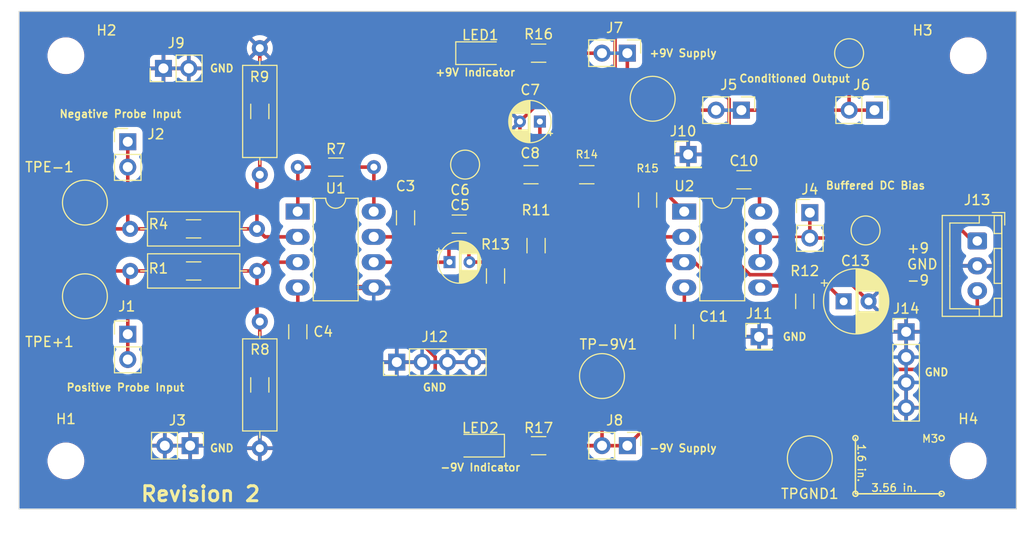
<source format=kicad_pcb>
(kicad_pcb (version 20240108) (generator "pcbnew") (generator_version "8.0")
  (layers (0 "F.Cu" signal) (31 "B.Cu" signal) (34 "B.Paste" user) (35 "F.Paste" user) (36 "B.SilkS" user "B.Silkscreen") (37 "F.SilkS" user "F.Silkscreen") (38 "B.Mask" user) (39 "F.Mask" user) (44 "Edge.Cuts" user))
  (net 0 "")
  (net 1 "+9V")
  (net 2 "GND")
  (net 3 "-9V")
  (net 4 "/ConditionedOutput")
  (net 5 "/NegInput")
  (net 6 "/PosInput")
  (net 7 "/Gain2")
  (net 8 "/Gain1")
  (net 9 "/PosInputProtected")
  (net 10 "/NegInputProtected")
  (net 11 "Net-(U2A-+)")
  (net 12 "Net-(C7-Pad1)")
  (net 13 "/DC_Bias_Buffer")
  (net 14 "Net-(U2A--)")
  (net 15 "Net-(C5-Pad1)")
  (net 16 "Net-(LED1-A)")
  (net 17 "Net-(LED2-K)")
  (net 18 "Net-(U2B-+)")
  (footprint "Package_DIP:DIP-8_W7.62mm_LongPads" (layer "F.Cu") (at 112.761 131.963)
    (property "Reference" "U2" (at 0.015 -2.55 0) (layer "F.SilkS"))
    (property "Value" "LM358")
    (pad "1" thru_hole rect (at 0 0) (size 2.4 1.6) (drill 1) (layers "*.Cu" "*.Mask") (net 4 "/ConditionedOutput"))
    (pad "2" thru_hole oval (at 0 2.54) (size 2.4 1.6) (drill 1) (layers "*.Cu" "*.Mask") (net 14 "Net-(U2A--)"))
    (pad "3" thru_hole oval (at 0 5.08) (size 2.4 1.6) (drill 1) (layers "*.Cu" "*.Mask") (net 11 "Net-(U2A-+)"))
    (pad "4" thru_hole oval (at 0 7.62) (size 2.4 1.6) (drill 1) (layers "*.Cu" "*.Mask") (net 3 "-9V"))
    (pad "5" thru_hole oval (at 7.62 7.62) (size 2.4 1.6) (drill 1) (layers "*.Cu" "*.Mask") (net 18 "Net-(U2B-+)"))
    (pad "6" thru_hole oval (at 7.62 5.08) (size 2.4 1.6) (drill 1) (layers "*.Cu" "*.Mask") (net 13 "/DC_Bias_Buffer"))
    (pad "7" thru_hole oval (at 7.62 2.54) (size 2.4 1.6) (drill 1) (layers "*.Cu" "*.Mask") (net 13 "/DC_Bias_Buffer"))
    (pad "8" thru_hole oval (at 7.62 0) (size 2.4 1.6) (drill 1) (layers "*.Cu" "*.Mask") (net 1 "+9V"))
  )
  (footprint "Resistor_SMD:R_1206_3216Metric_Pad1.30x1.75mm_HandSolder" (layer "F.Cu") (at 70.231 149.352 90)
    (property "Reference" "R8" (at 3.544658 0.011806 180) (layer "F.SilkS"))
    (property "Value" "100k")
    (pad "1" smd roundrect (at -1.55 0 90) (size 1.3 1.75) (layers "F.Cu" "F.Paste" "F.Mask") (roundrect_rratio 0.192308) (net 2 "GND"))
    (pad "2" smd roundrect (at 1.55 0 90) (size 1.3 1.75) (layers "F.Cu" "F.Paste" "F.Mask") (roundrect_rratio 0.192308) (net 9 "/PosInputProtected"))
  )
  (footprint "Capacitor_THT:CP_Radial_D4.0mm_P2.00mm" (layer "F.Cu") (at 89.240801 137.032999)
    (property "Reference" "C5" (at 1.056199 -5.714999 0) (layer "F.SilkS"))
    (property "Value" "1.22u")
    (pad "1" thru_hole rect (at 0 0) (size 1.2 1.2) (drill 0.6) (layers "*.Cu" "*.Mask") (net 15 "Net-(C5-Pad1)"))
    (pad "2" thru_hole circle (at 2 0) (size 1.2 1.2) (drill 0.6) (layers "*.Cu" "*.Mask") (net 11 "Net-(U2A-+)"))
  )
  (footprint "Resistor_SMD:R_1206_3216Metric_Pad1.30x1.75mm_HandSolder" (layer "F.Cu") (at 109.093 130.81 -90)
    (property "Reference" "R15" (at -3.175 0 180) (layer "F.SilkS") (effects (font (size 0.762 0.762) (thickness 0.127) (bold yes))))
    (property "Value" "10k")
    (pad "1" smd roundrect (at -1.55 0 270) (size 1.3 1.75) (layers "F.Cu" "F.Paste" "F.Mask") (roundrect_rratio 0.192308) (net 4 "/ConditionedOutput"))
    (pad "2" smd roundrect (at 1.55 0 270) (size 1.3 1.75) (layers "F.Cu" "F.Paste" "F.Mask") (roundrect_rratio 0.192308) (net 14 "Net-(U2A--)"))
  )
  (footprint "Resistor_SMD:R_1206_3216Metric_Pad1.30x1.75mm_HandSolder" (layer "F.Cu") (at 98.171 116.078 180)
    (property "Reference" "R16" (at 0 1.905 180) (layer "F.SilkS"))
    (property "Value" "10k")
    (pad "1" smd roundrect (at -1.55 0 180) (size 1.3 1.75) (layers "F.Cu" "F.Paste" "F.Mask") (roundrect_rratio 0.192308) (net 1 "+9V"))
    (pad "2" smd roundrect (at 1.55 0 180) (size 1.3 1.75) (layers "F.Cu" "F.Paste" "F.Mask") (roundrect_rratio 0.192308) (net 16 "Net-(LED1-A)"))
  )
  (footprint "MountingHole:MountingHole_3.2mm_M3" (layer "F.Cu") (at 50.8 156.972)
    (property "Reference" "H1" (at 0 -4.2 0) (layer "F.SilkS"))
    (property "Value" "MountingHole")
    (pad "" np_thru_hole circle (at 0 0) (size 3.2 3.2) (drill 3.2) (layers "*.Cu" "*.Mask"))
  )
  (footprint "TestPoint:TestPoint_Pad_D4.0mm" (layer "F.Cu") (at 125.349 156.718)
    (property "Reference" "TPGND1" (at 0 3.556 0) (layer "F.SilkS"))
    (property "Value" "Ground")
    (pad "1" smd circle (at 0 0) (size 4 4) (layers "F.Cu" "F.Mask") (net 2 "GND"))
  )
  (footprint "Capacitor_SMD:C_1206_3216Metric_Pad1.33x1.80mm_HandSolder" (layer "F.Cu") (at 112.776 144.018 -90)
    (property "Reference" "C11" (at -1.524 -2.921 0) (layer "F.SilkS"))
    (property "Value" "0.1u")
    (pad "1" smd roundrect (at -1.5625 0 270) (size 1.325 1.8) (layers "F.Cu" "F.Paste" "F.Mask") (roundrect_rratio 0.188679) (net 3 "-9V"))
    (pad "2" smd roundrect (at 1.5625 0 270) (size 1.325 1.8) (layers "F.Cu" "F.Paste" "F.Mask") (roundrect_rratio 0.188679) (net 2 "GND"))
  )
  (footprint "Connector_PinHeader_2.54mm:PinHeader_1x02_P2.54mm_Vertical" (layer "F.Cu") (at 131.831 121.793 -90)
    (property "Reference" "J6" (at -2.54 1.28 180) (layer "F.SilkS"))
    (property "Value" "Conn_01x02")
    (pad "1" thru_hole rect (at 0 0 270) (size 1.7 1.7) (drill 1) (layers "*.Cu" "*.Mask") (net 4 "/ConditionedOutput"))
    (pad "2" thru_hole oval (at 0 2.54 270) (size 1.7 1.7) (drill 1) (layers "*.Cu" "*.Mask") (net 4 "/ConditionedOutput"))
  )
  (footprint "MountingHole:MountingHole_3.2mm_M3" (layer "F.Cu") (at 141.224 116.332)
    (property "Reference" "H3" (at -4.572 -2.54 0) (layer "F.SilkS"))
    (property "Value" "MountingHole")
    (pad "" np_thru_hole circle (at 0 0) (size 3.2 3.2) (drill 3.2) (layers "*.Cu" "*.Mask"))
  )
  (footprint "Connector_PinHeader_2.54mm:PinHeader_1x04_P2.54mm_Vertical" (layer "F.Cu") (at 135.001 144.028)
    (property "Reference" "J14" (at 0 -2.33 0) (layer "F.SilkS"))
    (property "Value" "Conn_01x04")
    (pad "1" thru_hole rect (at 0 0) (size 1.7 1.7) (drill 1) (layers "*.Cu" "*.Mask") (net 2 "GND"))
    (pad "2" thru_hole oval (at 0 2.54) (size 1.7 1.7) (drill 1) (layers "*.Cu" "*.Mask") (net 2 "GND"))
    (pad "3" thru_hole oval (at 0 5.08) (size 1.7 1.7) (drill 1) (layers "*.Cu" "*.Mask") (net 2 "GND"))
    (pad "4" thru_hole oval (at 0 7.62) (size 1.7 1.7) (drill 1) (layers "*.Cu" "*.Mask") (net 2 "GND"))
  )
  (footprint "Resistor_THT:R_Axial_DIN0309_L9.0mm_D3.2mm_P12.70mm_Horizontal" (layer "F.Cu") (at 57.2535 137.922)
    (property "Reference" "R2" (hide yes))
    (property "Value" "47.4k")
    (pad "1" thru_hole circle (at 0 0) (size 1.6 1.6) (drill 0.8) (layers "*.Cu" "*.Mask") (net 6 "/PosInput"))
    (pad "2" thru_hole oval (at 12.7 0) (size 1.6 1.6) (drill 0.8) (layers "*.Cu" "*.Mask") (net 9 "/PosInputProtected"))
  )
  (footprint "TestPoint:TestPoint_Pad_D4.0mm" (layer "F.Cu") (at 52.705 131.064)
    (property "Reference" "TPE-1" (at -3.556 -3.554 0) (layer "F.SilkS"))
    (property "Value" "V- Electrode")
    (pad "1" smd circle (at 0 0) (size 4 4) (layers "F.Cu" "F.Mask") (net 5 "/NegInput"))
  )
  (footprint "Resistor_SMD:R_1206_3216Metric_Pad1.30x1.75mm_HandSolder" (layer "F.Cu") (at 93.853 138.43 90)
    (property "Reference" "R13" (at 3.175 0 0) (layer "F.SilkS"))
    (property "Value" "2.2k")
    (pad "1" smd roundrect (at -1.55 0 90) (size 1.3 1.75) (layers "F.Cu" "F.Paste" "F.Mask") (roundrect_rratio 0.192308) (net 2 "GND"))
    (pad "2" smd roundrect (at 1.55 0 90) (size 1.3 1.75) (layers "F.Cu" "F.Paste" "F.Mask") (roundrect_rratio 0.192308) (net 11 "Net-(U2A-+)"))
  )
  (footprint "MountingHole:MountingHole_3.2mm_M3" (layer "F.Cu") (at 50.8 116.332)
    (property "Reference" "H2" (at 4.064 -2.54 0) (layer "F.SilkS"))
    (property "Value" "MountingHole")
    (pad "" np_thru_hole circle (at 0 0) (size 3.2 3.2) (drill 3.2) (layers "*.Cu" "*.Mask"))
  )
  (footprint "Resistor_SMD:R_1206_3216Metric_Pad1.30x1.75mm_HandSolder" (layer "F.Cu") (at 102.997 128.27 180)
    (property "Reference" "R14" (at 0 2.032 0) (layer "F.SilkS") (effects (font (size 0.762 0.762) (thickness 0.127) (bold yes))))
    (property "Value" "10k")
    (pad "1" smd roundrect (at -1.55 0 180) (size 1.3 1.75) (layers "F.Cu" "F.Paste" "F.Mask") (roundrect_rratio 0.192308) (net 14 "Net-(U2A--)"))
    (pad "2" smd roundrect (at 1.55 0 180) (size 1.3 1.75) (layers "F.Cu" "F.Paste" "F.Mask") (roundrect_rratio 0.192308) (net 12 "Net-(C7-Pad1)"))
  )
  (footprint "Capacitor_SMD:C_1206_3216Metric_Pad1.33x1.80mm_HandSolder" (layer "F.Cu") (at 97.409 128.27)
    (property "Reference" "C8" (at -0.083599 -2.159001 180) (layer "F.SilkS"))
    (property "Value" "0.1u")
    (pad "1" smd roundrect (at -1.5625 0) (size 1.325 1.8) (layers "F.Cu" "F.Paste" "F.Mask") (roundrect_rratio 0.188679) (net 2 "GND"))
    (pad "2" smd roundrect (at 1.5625 0) (size 1.325 1.8) (layers "F.Cu" "F.Paste" "F.Mask") (roundrect_rratio 0.188679) (net 12 "Net-(C7-Pad1)"))
  )
  (footprint "Resistor_THT:R_Axial_DIN0204_L3.6mm_D1.6mm_P7.62mm_Horizontal" (layer "F.Cu") (at 74.041 127.508)
    (property "Reference" "R10" (hide yes))
    (property "Value" "56")
    (pad "1" thru_hole circle (at 0 0) (size 1.4 1.4) (drill 0.7) (layers "*.Cu" "*.Mask") (net 7 "/Gain2"))
    (pad "2" thru_hole oval (at 7.62 0) (size 1.4 1.4) (drill 0.7) (layers "*.Cu" "*.Mask") (net 8 "/Gain1"))
  )
  (footprint "Connector_PinHeader_2.54mm:PinHeader_1x02_P2.54mm_Vertical" (layer "F.Cu") (at 107.066 155.448 -90)
    (property "Reference" "J8" (at -2.54 1.275 180) (layer "F.SilkS"))
    (property "Value" "Conn_01x02")
    (pad "1" thru_hole rect (at 0 0 270) (size 1.7 1.7) (drill 1) (layers "*.Cu" "*.Mask") (net 3 "-9V"))
    (pad "2" thru_hole oval (at 0 2.54 270) (size 1.7 1.7) (drill 1) (layers "*.Cu" "*.Mask") (net 3 "-9V"))
  )
  (footprint "Capacitor_THT:CP_Radial_D6.3mm_P2.50mm" (layer "F.Cu") (at 128.738621 140.97)
    (property "Reference" "C13" (at 1.182379 -4.064 0) (layer "F.SilkS"))
    (property "Value" "220u")
    (pad "1" thru_hole rect (at 0 0) (size 1.6 1.6) (drill 0.8) (layers "*.Cu" "*.Mask") (net 18 "Net-(U2B-+)"))
    (pad "2" thru_hole circle (at 2.5 0) (size 1.6 1.6) (drill 0.8) (layers "*.Cu" "*.Mask") (net 2 "GND"))
  )
  (footprint "Package_DIP:DIP-8_W7.62mm_LongPads" (layer "F.Cu") (at 74.026 131.963)
    (property "Reference" "U1" (at 3.81 -2.33 0) (layer "F.SilkS"))
    (property "Value" "INA129")
    (pad "1" thru_hole rect (at 0 0) (size 2.4 1.6) (drill 1) (layers "*.Cu" "*.Mask") (net 7 "/Gain2"))
    (pad "2" thru_hole oval (at 0 2.54) (size 2.4 1.6) (drill 1) (layers "*.Cu" "*.Mask") (net 10 "/NegInputProtected"))
    (pad "3" thru_hole oval (at 0 5.08) (size 2.4 1.6) (drill 1) (layers "*.Cu" "*.Mask") (net 9 "/PosInputProtected"))
    (pad "4" thru_hole oval (at 0 7.62) (size 2.4 1.6) (drill 1) (layers "*.Cu" "*.Mask") (net 3 "-9V"))
    (pad "5" thru_hole oval (at 7.62 7.62) (size 2.4 1.6) (drill 1) (layers "*.Cu" "*.Mask") (net 2 "GND"))
    (pad "6" thru_hole oval (at 7.62 5.08) (size 2.4 1.6) (drill 1) (layers "*.Cu" "*.Mask") (net 15 "Net-(C5-Pad1)"))
    (pad "7" thru_hole oval (at 7.62 2.54) (size 2.4 1.6) (drill 1) (layers "*.Cu" "*.Mask") (net 1 "+9V"))
    (pad "8" thru_hole oval (at 7.62 0) (size 2.4 1.6) (drill 1) (layers "*.Cu" "*.Mask") (net 8 "/Gain1"))
  )
  (footprint "Resistor_THT:R_Axial_DIN0309_L9.0mm_D3.2mm_P12.70mm_Horizontal" (layer "F.Cu") (at 70.231 143.002 -90)
    (property "Reference" "R5" (hide yes))
    (property "Value" "100k")
    (pad "1" thru_hole circle (at 0 0 270) (size 1.6 1.6) (drill 0.8) (layers "*.Cu" "*.Mask") (net 9 "/PosInputProtected"))
    (pad "2" thru_hole oval (at 12.7 0 270) (size 1.6 1.6) (drill 0.8) (layers "*.Cu" "*.Mask") (net 2 "GND"))
  )
  (footprint "Connector_PinHeader_2.54mm:PinHeader_1x02_P2.54mm_Vertical" (layer "F.Cu") (at 125.349 132.075)
    (property "Reference" "J4" (at 0 -2.33 0) (layer "F.SilkS"))
    (property "Value" "Conn_01x02")
    (pad "1" thru_hole rect (at 0 0) (size 1.7 1.7) (drill 1) (layers "*.Cu" "*.Mask") (net 13 "/DC_Bias_Buffer"))
    (pad "2" thru_hole oval (at 0 2.54) (size 1.7 1.7) (drill 1) (layers "*.Cu" "*.Mask") (net 13 "/DC_Bias_Buffer"))
  )
  (footprint "Connector_JST:JST_XH_B3B-XH-A_1x03_P2.50mm_Vertical" (layer "F.Cu") (at 142.13 134.914 -90)
    (property "Reference" "J13" (at -4.104001 0.016999 180) (layer "F.SilkS"))
    (property "Value" "Conn_01x03")
    (pad "1" thru_hole roundrect (at 0 0 270) (size 1.7 1.95) (drill 0.95) (layers "*.Cu" "*.Mask") (roundrect_rratio 0.147059) (net 1 "+9V"))
    (pad "2" thru_hole oval (at 2.5 0 270) (size 1.7 1.95) (drill 0.95) (layers "*.Cu" "*.Mask") (net 2 "GND"))
    (pad "3" thru_hole oval (at 5 0 270) (size 1.7 1.95) (drill 0.95) (layers "*.Cu" "*.Mask") (net 3 "-9V"))
  )
  (footprint "TestPoint:TestPoint_Pad_D2.5mm" (layer "F.Cu") (at 90.805 127.254)
    (property "Reference" "TPRawOut1" (hide yes))
    (property "Value" "AmplifierOut")
    (pad "1" smd circle (at 0 0) (size 2.5 2.5) (layers "F.Cu" "F.Mask") (net 15 "Net-(C5-Pad1)"))
  )
  (footprint "Resistor_SMD:R_1206_3216Metric_Pad1.30x1.75mm_HandSolder" (layer "F.Cu") (at 97.917 135.382 -90)
    (property "Reference" "R11" (at -3.556 0 180) (layer "F.SilkS"))
    (property "Value" "10k")
    (pad "1" smd roundrect (at -1.55 0 270) (size 1.3 1.75) (layers "F.Cu" "F.Paste" "F.Mask") (roundrect_rratio 0.192308) (net 1 "+9V"))
    (pad "2" smd roundrect (at 1.55 0 270) (size 1.3 1.75) (layers "F.Cu" "F.Paste" "F.Mask") (roundrect_rratio 0.192308) (net 11 "Net-(U2A-+)"))
  )
  (footprint "Capacitor_SMD:C_1206_3216Metric_Pad1.33x1.80mm_HandSolder" (layer "F.Cu") (at 74.041 144.018 -90)
    (property "Reference" "C4" (at 0 -2.54 180) (layer "F.SilkS"))
    (property "Value" "0.1u")
    (pad "1" smd roundrect (at -1.5625 0 270) (size 1.325 1.8) (layers "F.Cu" "F.Paste" "F.Mask") (roundrect_rratio 0.188679) (net 3 "-9V"))
    (pad "2" smd roundrect (at 1.5625 0 270) (size 1.325 1.8) (layers "F.Cu" "F.Paste" "F.Mask") (roundrect_rratio 0.188679) (net 2 "GND"))
  )
  (footprint "Resistor_THT:R_Axial_DIN0309_L9.0mm_D3.2mm_P12.70mm_Horizontal" (layer "F.Cu") (at 70.231 115.57 -90)
    (property "Reference" "R6" (hide yes))
    (property "Value" "100k")
    (pad "1" thru_hole circle (at 0 0 270) (size 1.6 1.6) (drill 0.8) (layers "*.Cu" "*.Mask") (net 2 "GND"))
    (pad "2" thru_hole oval (at 12.7 0 270) (size 1.6 1.6) (drill 0.8) (layers "*.Cu" "*.Mask") (net 10 "/NegInputProtected"))
  )
  (footprint "Connector_PinHeader_2.54mm:PinHeader_1x02_P2.54mm_Vertical" (layer "F.Cu") (at 118.491 121.793 -90)
    (property "Reference" "J5" (at -2.54 1.27 180) (layer "F.SilkS"))
    (property "Value" "Conn_01x02")
    (pad "1" thru_hole rect (at 0 0 270) (size 1.7 1.7) (drill 1) (layers "*.Cu" "*.Mask") (net 4 "/ConditionedOutput"))
    (pad "2" thru_hole oval (at 0 2.54 270) (size 1.7 1.7) (drill 1) (layers "*.Cu" "*.Mask") (net 4 "/ConditionedOutput"))
  )
  (footprint "Resistor_SMD:R_1206_3216Metric_Pad1.30x1.75mm_HandSolder" (layer "F.Cu") (at 63.6035 137.922)
    (property "Reference" "R1" (at -3.5325 -0.254 0) (layer "F.SilkS"))
    (property "Value" "47.4k")
    (pad "1" smd roundrect (at -1.55 0) (size 1.3 1.75) (layers "F.Cu" "F.Paste" "F.Mask") (roundrect_rratio 0.192308) (net 6 "/PosInput"))
    (pad "2" smd roundrect (at 1.55 0) (size 1.3 1.75) (layers "F.Cu" "F.Paste" "F.Mask") (roundrect_rratio 0.192308) (net 9 "/PosInputProtected"))
  )
  (footprint "MountingHole:MountingHole_3.2mm_M3" (layer "F.Cu") (at 141.224 156.972)
    (property "Reference" "H4" (at 0 -4.2 0) (layer "F.SilkS"))
    (property "Value" "MountingHole")
    (pad "" np_thru_hole circle (at 0 0) (size 3.2 3.2) (drill 3.2) (layers "*.Cu" "*.Mask"))
  )
  (footprint "Capacitor_SMD:C_1206_3216Metric_Pad1.33x1.80mm_HandSolder" (layer "F.Cu") (at 84.836 132.588 90)
    (property "Reference" "C3" (at 3.175 0 0) (layer "F.SilkS"))
    (property "Value" "0.1u")
    (pad "1" smd roundrect (at -1.5625 0 90) (size 1.325 1.8) (layers "F.Cu" "F.Paste" "F.Mask") (roundrect_rratio 0.188679) (net 1 "+9V"))
    (pad "2" smd roundrect (at 1.5625 0 90) (size 1.325 1.8) (layers "F.Cu" "F.Paste" "F.Mask") (roundrect_rratio 0.188679) (net 2 "GND"))
  )
  (footprint "Connector_PinHeader_2.54mm:PinHeader_1x04_P2.54mm_Vertical" (layer "F.Cu") (at 83.957 147.066 90)
    (property "Reference" "J12" (at 2.54 3.799999 0) (layer "F.SilkS"))
    (property "Value" "Conn_01x04")
    (pad "1" thru_hole rect (at 0 0 90) (size 1.7 1.7) (drill 1) (layers "*.Cu" "*.Mask") (net 2 "GND"))
    (pad "2" thru_hole oval (at 0 2.54 90) (size 1.7 1.7) (drill 1) (layers "*.Cu" "*.Mask") (net 2 "GND"))
    (pad "3" thru_hole oval (at 0 5.08 90) (size 1.7 1.7) (drill 1) (layers "*.Cu" "*.Mask") (net 2 "GND"))
    (pad "4" thru_hole oval (at 0 7.62 90) (size 1.7 1.7) (drill 1) (layers "*.Cu" "*.Mask") (net 2 "GND"))
  )
  (footprint "TestPoint:TestPoint_Pad_D2.5mm" (layer "F.Cu") (at 130.937 133.858)
    (property "Reference" "TP_DCBIAS1" (hide yes))
    (property "Value" "Buffered_Output")
    (pad "1" smd circle (at 0 0) (size 2.5 2.5) (layers "F.Cu" "F.Mask") (net 13 "/DC_Bias_Buffer"))
  )
  (footprint "LED_SMD:LED_1206_3216Metric_Pad1.42x1.75mm_HandSolder" (layer "F.Cu") (at 92.284 155.448 180)
    (property "Reference" "LED2" (at -0.045 1.778 180) (layer "F.SilkS"))
    (property "Value" "LED")
    (pad "1" smd roundrect (at -1.4875 0 180) (size 1.425 1.75) (layers "F.Cu" "F.Paste" "F.Mask") (roundrect_rratio 0.175439) (net 17 "Net-(LED2-K)"))
    (pad "2" smd roundrect (at 1.4875 0 180) (size 1.425 1.75) (layers "F.Cu" "F.Paste" "F.Mask") (roundrect_rratio 0.175439) (net 2 "GND"))
  )
  (footprint "Resistor_THT:R_Axial_DIN0309_L9.0mm_D3.2mm_P12.70mm_Horizontal" (layer "F.Cu") (at 57.243867 133.700962)
    (property "Reference" "R3" (hide yes))
    (property "Value" "47.4k")
    (pad "1" thru_hole circle (at 0 0) (size 1.6 1.6) (drill 0.8) (layers "*.Cu" "*.Mask") (net 5 "/NegInput"))
    (pad "2" thru_hole oval (at 12.7 0) (size 1.6 1.6) (drill 0.8) (layers "*.Cu" "*.Mask") (net 10 "/NegInputProtected"))
  )
  (footprint "TestPoint:TestPoint_Pad_D2.5mm" (layer "F.Cu") (at 129.286 116.078)
    (property "Reference" "TPConditionedOut1" (hide yes))
    (property "Value" "BuffereBiasddOutput")
    (pad "1" smd circle (at 0 0) (size 2.5 2.5) (layers "F.Cu" "F.Mask") (net 4 "/ConditionedOutput"))
  )
  (footprint "Resistor_SMD:R_1206_3216Metric_Pad1.30x1.75mm_HandSolder" (layer "F.Cu") (at 77.851 127.508)
    (property "Reference" "R7" (at 0 -1.82 0) (layer "F.SilkS"))
    (property "Value" "56")
    (pad "1" smd roundrect (at -1.55 0) (size 1.3 1.75) (layers "F.Cu" "F.Paste" "F.Mask") (roundrect_rratio 0.192308) (net 7 "/Gain2"))
    (pad "2" smd roundrect (at 1.55 0) (size 1.3 1.75) (layers "F.Cu" "F.Paste" "F.Mask") (roundrect_rratio 0.192308) (net 8 "/Gain1"))
  )
  (footprint "TestPoint:TestPoint_Pad_D4.0mm" (layer "F.Cu") (at 109.601 120.65)
    (property "Reference" "TP+9V1" (hide yes))
    (property "Value" "TPP9V")
    (pad "1" smd circle (at 0 0) (size 4 4) (layers "F.Cu" "F.Mask") (net 1 "+9V"))
  )
  (footprint "Capacitor_THT:CP_Radial_D4.0mm_P2.00mm" (layer "F.Cu") (at 98.298 122.936 180)
    (property "Reference" "C7" (at 0.9726 3.175 0) (layer "F.SilkS"))
    (property "Value" "10u")
    (pad "1" thru_hole rect (at 0 0 180) (size 1.2 1.2) (drill 0.6) (layers "*.Cu" "*.Mask") (net 12 "Net-(C7-Pad1)"))
    (pad "2" thru_hole circle (at 2 0 180) (size 1.2 1.2) (drill 0.6) (layers "*.Cu" "*.Mask") (net 2 "GND"))
  )
  (footprint "Connector_PinHeader_2.54mm:PinHeader_1x02_P2.54mm_Vertical" (layer "F.Cu") (at 107.061 116.078 -90)
    (property "Reference" "J7" (at -2.54 1.275 180) (layer "F.SilkS"))
    (property "Value" "Conn_01x02")
    (pad "1" thru_hole rect (at 0 0 270) (size 1.7 1.7) (drill 1) (layers "*.Cu" "*.Mask") (net 1 "+9V"))
    (pad "2" thru_hole oval (at 0 2.54 270) (size 1.7 1.7) (drill 1) (layers "*.Cu" "*.Mask") (net 1 "+9V"))
  )
  (footprint "Connector_PinHeader_2.54mm:PinHeader_1x02_P2.54mm_Vertical" (layer "F.Cu") (at 56.9995 144.267)
    (property "Reference" "J1" (at -0.1035 -2.789 0) (layer "F.SilkS"))
    (property "Value" "Conn_01x02")
    (pad "1" thru_hole rect (at 0 0) (size 1.7 1.7) (drill 1) (layers "*.Cu" "*.Mask") (net 6 "/PosInput"))
    (pad "2" thru_hole oval (at 0 2.54) (size 1.7 1.7) (drill 1) (layers "*.Cu" "*.Mask") (net 6 "/PosInput"))
  )
  (footprint "Connector_PinHeader_2.54mm:PinHeader_1x02_P2.54mm_Vertical" (layer "F.Cu") (at 63.251 155.448 -90)
    (property "Reference" "J3" (at -2.54 1.275 180) (layer "F.SilkS"))
    (property "Value" "Conn_01x02")
    (pad "1" thru_hole rect (at 0 0 270) (size 1.7 1.7) (drill 1) (layers "*.Cu" "*.Mask") (net 2 "GND"))
    (pad "2" thru_hole oval (at 0 2.54 270) (size 1.7 1.7) (drill 1) (layers "*.Cu" "*.Mask") (net 2 "GND"))
  )
  (footprint "TestPoint:TestPoint_Pad_D4.0mm" (layer "F.Cu") (at 104.521 148.463)
    (property "Reference" "TP-9V1" (at 0.635 -3.175 0) (layer "F.SilkS"))
    (property "Value" "TPN9V")
    (pad "1" smd circle (at 0 0) (size 4 4) (layers "F.Cu" "F.Mask") (net 3 "-9V"))
  )
  (footprint "Resistor_SMD:R_1206_3216Metric_Pad1.30x1.75mm_HandSolder" (layer "F.Cu") (at 124.841 140.97 -90)
    (property "Reference" "R12" (at -3.048 0 180) (layer "F.SilkS"))
    (property "Value" "1Meg")
    (pad "1" smd roundrect (at -1.55 0 270) (size 1.3 1.75) (layers "F.Cu" "F.Paste" "F.Mask") (roundrect_rratio 0.192308) (net 18 "Net-(U2B-+)"))
    (pad "2" smd roundrect (at 1.55 0 270) (size 1.3 1.75) (layers "F.Cu" "F.Paste" "F.Mask") (roundrect_rratio 0.192308) (net 11 "Net-(U2A-+)"))
  )
  (footprint "Connector_PinHeader_2.54mm:PinHeader_1x01_P2.54mm_Vertical" (layer "F.Cu") (at 120.269 144.526)
    (property "Reference" "J11" (at 0 -2.33 0) (layer "F.SilkS"))
    (property "Value" "Conn_01x01")
    (pad "1" thru_hole rect (at 0 0) (size 1.7 1.7) (drill 1) (layers "*.Cu" "*.Mask") (net 2 "GND"))
  )
  (footprint "Connector_PinHeader_2.54mm:PinHeader_1x01_P2.54mm_Vertical" (layer "F.Cu") (at 113.157 126.238)
    (property "Reference" "J10" (at -0.508 -2.33 0) (layer "F.SilkS"))
    (property "Value" "Conn_01x01")
    (pad "1" thru_hole rect (at 0 0) (size 1.7 1.7) (drill 1) (layers "*.Cu" "*.Mask") (net 2 "GND"))
  )
  (footprint "Connector_PinHeader_2.54mm:PinHeader_1x02_P2.54mm_Vertical" (layer "F.Cu") (at 56.9995 124.963)
    (property "Reference" "J2" (at 2.8175 -0.757 0) (layer "F.SilkS"))
    (property "Value" "Conn_01x02")
    (pad "1" thru_hole rect (at 0 0) (size 1.7 1.7) (drill 1) (layers "*.Cu" "*.Mask") (net 5 "/NegInput"))
    (pad "2" thru_hole oval (at 0 2.54) (size 1.7 1.7) (drill 1) (layers "*.Cu" "*.Mask") (net 5 "/NegInput"))
  )
  (footprint "Resistor_SMD:R_1206_3216Metric_Pad1.30x1.75mm_HandSolder" (layer "F.Cu") (at 63.593867 133.700962)
    (property "Reference" "R4" (at -3.522867 -0.477962 0) (layer "F.SilkS"))
    (property "Value" "47.4k")
    (pad "1" smd roundrect (at -1.55 0) (size 1.3 1.75) (layers "F.Cu" "F.Paste" "F.Mask") (roundrect_rratio 0.192308) (net 5 "/NegInput"))
    (pad "2" smd roundrect (at 1.55 0) (size 1.3 1.75) (layers "F.Cu" "F.Paste" "F.Mask") (roundrect_rratio 0.192308) (net 10 "/NegInputProtected"))
  )
  (footprint "Capacitor_SMD:C_1206_3216Metric_Pad1.33x1.80mm_HandSolder" (layer "F.Cu") (at 118.745 128.778 180)
    (property "Reference" "C10" (at 0 1.905 180) (layer "F.SilkS"))
    (property "Value" "0.1u")
    (pad "1" smd roundrect (at -1.5625 0 180) (size 1.325 1.8) (layers "F.Cu" "F.Paste" "F.Mask") (roundrect_rratio 0.188679) (net 1 "+9V"))
    (pad "2" smd roundrect (at 1.5625 0 180) (size 1.325 1.8) (layers "F.Cu" "F.Paste" "F.Mask") (roundrect_rratio 0.188679) (net 2 "GND"))
  )
  (footprint "LED_SMD:LED_1206_3216Metric_Pad1.42x1.75mm_HandSolder" (layer "F.Cu") (at 92.329 116.078)
    (property "Reference" "LED1" (at 0 -1.82 0) (layer "F.SilkS"))
    (property "Value" "LED")
    (pad "1" smd roundrect (at -1.4875 0) (size 1.425 1.75) (layers "F.Cu" "F.Paste" "F.Mask") (roundrect_rratio 0.175439) (net 2 "GND"))
    (pad "2" smd roundrect (at 1.4875 0) (size 1.425 1.75) (layers "F.Cu" "F.Paste" "F.Mask") (roundrect_rratio 0.175439) (net 16 "Net-(LED1-A)"))
  )
  (footprint "Capacitor_SMD:C_1206_3216Metric_Pad1.33x1.80mm_HandSolder" (layer "F.Cu") (at 90.2134 133.223)
    (property "Reference" "C6" (at 0.0836 -3.429 0) (layer "F.SilkS"))
    (property "Value" "0.1u")
    (pad "1" smd roundrect (at -1.5625 0) (size 1.325 1.8) (layers "F.Cu" "F.Paste" "F.Mask") (roundrect_rratio 0.188679) (net 15 "Net-(C5-Pad1)"))
    (pad "2" smd roundrect (at 1.5625 0) (size 1.325 1.8) (layers "F.Cu" "F.Paste" "F.Mask") (roundrect_rratio 0.188679) (net 11 "Net-(U2A-+)"))
  )
  (footprint "Resistor_SMD:R_1206_3216Metric_Pad1.30x1.75mm_HandSolder" (layer "F.Cu") (at 98.171 155.448 180)
    (property "Reference" "R17" (at 0 1.778 180) (layer "F.SilkS"))
    (property "Value" "10k")
    (pad "1" smd roundrect (at -1.55 0 180) (size 1.3 1.75) (layers "F.Cu" "F.Paste" "F.Mask") (roundrect_rratio 0.192308) (net 3 "-9V"))
    (pad "2" smd roundrect (at 1.55 0 180) (size 1.3 1.75) (layers "F.Cu" "F.Paste" "F.Mask") (roundrect_rratio 0.192308) (net 17 "Net-(LED2-K)"))
  )
  (footprint "TestPoint:TestPoint_Pad_D4.0mm" (layer "F.Cu") (at 52.705 140.462)
    (property "Reference" "TPE+1" (at -3.556 4.574 0) (layer "F.SilkS"))
    (property "Value" "V+ Electrode")
    (pad "1" smd circle (at 0 0) (size 4 4) (layers "F.Cu" "F.Mask") (net 6 "/PosInput"))
  )
  (footprint "Resistor_SMD:R_1206_3216Metric_Pad1.30x1.75mm_HandSolder" (layer "F.Cu") (at 70.231 121.92 -90)
    (property "Reference" "R9" (at -4.052445 0.030841 0) (layer "F.SilkS") (effects (justify top)))
    (property "Value" "100k")
    (pad "1" smd roundrect (at -1.55 0 270) (size 1.3 1.75) (layers "F.Cu" "F.Paste" "F.Mask") (roundrect_rratio 0.192308) (net 2 "GND"))
    (pad "2" smd roundrect (at 1.55 0 270) (size 1.3 1.75) (layers "F.Cu" "F.Paste" "F.Mask") (roundrect_rratio 0.192308) (net 10 "/NegInputProtected"))
  )
  (footprint "Connector_PinHeader_2.54mm:PinHeader_1x02_P2.54mm_Vertical" (layer "F.Cu") (at 60.574 117.602 90)
    (property "Reference" "J9" (at 2.54 1.275 0) (layer "F.SilkS"))
    (property "Value" "Conn_01x02")
    (pad "1" thru_hole rect (at 0 0 90) (size 1.7 1.7) (drill 1) (layers "*.Cu" "*.Mask") (net 2 "GND"))
    (pad "2" thru_hole oval (at 0 2.54 90) (size 1.7 1.7) (drill 1) (layers "*.Cu" "*.Mask") (net 2 "GND"))
  )
  (gr_circle (center 138.557 154.686) (end 138.811 154.686) (stroke (width 0.15)) (fill none) (layer "F.SilkS"))
  (gr_circle (center 129.921 154.686) (end 130.175 154.686) (stroke (width 0.15)) (fill none) (layer "F.SilkS"))
  (gr_circle (center 129.921 160.274) (end 130.175 160.274) (stroke (width 0.15)) (fill none) (layer "F.SilkS"))
  (gr_line (start 129.921 154.686) (end 129.921 160.274) (stroke (width 0.15)) (layer "F.SilkS"))
  (gr_line (start 129.921 160.274) (end 138.557 160.274) (stroke (width 0.15)) (layer "F.SilkS"))
  (gr_circle (center 138.557 160.274) (end 138.811 160.274) (stroke (width 0.15)) (fill none) (layer "F.SilkS"))
  (gr_rect (start 46.101 111.887) (end 146.05 161.798) (stroke (width 0.1)) (fill none) (layer "Edge.Cuts"))
  (gr_text "+9V Indicator\n\n" (at 91.821 118.618 0) (layer "F.SilkS") (effects (font (size 0.762 0.762) (thickness 0.1524))))
  (gr_text "Buffered DC Bias" (at 126.873 129.794 0) (layer "F.SilkS") (effects (font (size 0.762 0.762) (thickness 0.1524)) (justify left bottom)))
  (gr_text "Positive Probe Input\n" (at 56.769 149.606 0) (layer "F.SilkS") (effects (font (size 0.762 0.762) (thickness 0.1524))))
  (gr_text "GND\n" (at 66.421 117.602 0) (layer "F.SilkS") (effects (font (size 0.762 0.762) (thickness 0.1524))))
  (gr_text "Revision 2" (at 58.166 161.163 0) (layer "F.SilkS") (effects (font (size 1.5 1.5) (thickness 0.3) (bold yes)) (justify left bottom)))
  (gr_text "3.56 in.\n" (at 131.445 160.1216 0) (layer "F.SilkS") (effects (font (size 0.762 0.762) (thickness 0.127) (bold yes)) (justify left bottom)))
  (gr_text "GND\n" (at 87.757 149.606 0) (layer "F.SilkS") (effects (font (size 0.762 0.762) (thickness 0.1524))))
  (gr_text "GND\n" (at 123.825 144.526 0) (layer "F.SilkS") (effects (font (size 0.762 0.762) (thickness 0.1524))))
  (gr_text "GND\n" (at 138.049 148.082 0) (layer "F.SilkS") (effects (font (size 0.762 0.762) (thickness 0.1524))))
  (gr_text "1.6 in.\n" (at 130.0734 155.194 270) (layer "F.SilkS") (effects (font (size 0.762 0.762) (thickness 0.127) (bold yes)) (justify left bottom)))
  (gr_text "-9V Indicator\n\n" (at 92.329 158.242 0) (layer "F.SilkS") (effects (font (size 0.762 0.762) (thickness 0.1524))))
  (gr_text "+9V Supply\n" (at 112.649 116.078 0) (layer "F.SilkS") (effects (font (size 0.762 0.762) (thickness 0.1524))))
  (gr_text "M3 " (at 136.525 155.194 0) (layer "F.SilkS") (effects (font (size 0.762 0.762) (thickness 0.127) (bold yes)) (justify left bottom)))
  (gr_text "-9V Supply\n" (at 112.649 155.702 0) (layer "F.SilkS") (effects (font (size 0.762 0.762) (thickness 0.1524))))
  (gr_text "Negative Probe Input\n" (at 56.261 122.174 0) (layer "F.SilkS") (effects (font (size 0.762 0.762) (thickness 0.1524))))
  (gr_text "Conditioned Output\n" (at 123.825 118.618 0) (layer "F.SilkS") (effects (font (size 0.762 0.762) (thickness 0.1524))))
  (gr_text "GND\n" (at 66.421 155.702 0) (layer "F.SilkS") (effects (font (size 0.762 0.762) (thickness 0.1524))))
  (gr_text "+9\nGND\n-9" (at 135.001 139.446 0) (layer "F.SilkS") (effects (font (size 1 1)) (justify left bottom)))
  (segment (start 120.3075 128.778) (end 120.3075 131.8895) (width 0.3556) (layer "F.Cu") (net 1))
  (segment (start 142.13 134.914) (end 141.645 134.914) (width 0.3556) (layer "F.Cu") (net 1))
  (segment (start 110.617 119.634) (end 109.601 120.65) (width 0.3556) (layer "F.Cu") (net 1))
  (segment (start 109.601 120.65) (end 107.061 118.11) (width 0.3556) (layer "F.Cu") (net 1))
  (segment (start 81.646 134.503) (end 84.4835 134.503) (width 0.3556) (layer "F.Cu") (net 1))
  (segment (start 133.985 127.254) (end 120.346 127.254) (width 0.3556) (layer "F.Cu") (net 1))
  (segment (start 86.741 133.35) (end 86.741 127.254) (width 0.3556) (layer "F.Cu") (net 1))
  (segment (start 86.741 127.254) (end 93.345 120.65) (width 0.3556) (layer "F.Cu") (net 1))
  (segment (start 117.2632 124.2482) (end 117.2632 120.6922) (width 0.3556) (layer "F.Cu") (net 1))
  (segment (start 141.645 134.914) (end 133.985 127.254) (width 0.3556) (layer "F.Cu") (net 1))
  (segment (start 97.917 133.832) (end 93.345 129.26) (width 0.3556) (layer "F.Cu") (net 1))
  (segment (start 99.721 116.078) (end 104.521 116.078) (width 0.3556) (layer "F.Cu") (net 1))
  (segment (start 116.205 119.634) (end 110.617 119.634) (width 0.3556) (layer "F.Cu") (net 1))
  (segment (start 97.181 118.618) (end 99.721 116.078) (width 0.3556) (layer "F.Cu") (net 1))
  (segment (start 120.346 127.254) (end 120.3075 127.2925) (width 0.3556) (layer "F.Cu") (net 1))
  (segment (start 117.2632 120.6922) (end 116.205 119.634) (width 0.3556) (layer "F.Cu") (net 1))
  (segment (start 107.061 118.11) (end 107.061 116.078) (width 0.3556) (layer "F.Cu") (net 1))
  (segment (start 120.3075 127.2925) (end 120.3075 128.778) (width 0.3556) (layer "F.Cu") (net 1))
  (segment (start 95.377 118.618) (end 97.181 118.618) (width 0.3556) (layer "F.Cu") (net 1))
  (segment (start 85.9405 134.1505) (end 86.741 133.35) (width 0.3556) (layer "F.Cu") (net 1))
  (segment (start 120.3075 131.8895) (end 120.381 131.963) (width 0.3556) (layer "F.Cu") (net 1))
  (segment (start 84.836 134.1505) (end 85.9405 134.1505) (width 0.3556) (layer "F.Cu") (net 1))
  (segment (start 93.345 129.26) (end 93.345 120.65) (width 0.3556) (layer "F.Cu") (net 1))
  (segment (start 93.345 120.65) (end 95.377 118.618) (width 0.3556) (layer "F.Cu") (net 1))
  (segment (start 84.4835 134.503) (end 84.836 134.1505) (width 0.3556) (layer "F.Cu") (net 1))
  (segment (start 117.2632 124.2482) (end 120.3075 127.2925) (width 0.3556) (layer "F.Cu") (net 1))
  (segment (start 107.061 116.078) (end 104.521 116.078) (width 0.3556) (layer "B.Cu") (net 1))
  (segment (start 128.566621 138.298) (end 119.33567 138.298) (width 0.3556) (layer "F.Cu") (net 2))
  (segment (start 93.8895 113.03) (end 90.8415 116.078) (width 0.3556) (layer "F.Cu") (net 2))
  (segment (start 77.790508 138.115508) (end 77.790508 124.520492) (width 0.508) (layer "F.Cu") (net 2))
  (segment (start 105.8332 118.1938) (end 105.8332 113.5302) (width 0.3556) (layer "F.Cu") (net 2))
  (segment (start 105.333 113.03) (end 93.8895 113.03) (width 0.3556) (layer "F.Cu") (net 2))
  (segment (start 117.1825 136.14483) (end 117.1825 128.778) (width 0.3556) (layer "F.Cu") (net 2))
  (segment (start 105.409 118.618) (end 105.8332 118.1938) (width 0.3556) (layer "F.Cu") (net 2))
  (segment (start 70.231 120.37) (end 70.231 115.57) (width 0.3556) (layer "F.Cu") (net 2))
  (segment (start 100.616 118.618) (end 105.409 118.618) (width 0.3556) (layer "F.Cu") (net 2))
  (segment (start 81.646 139.583) (end 79.258 139.583) (width 0.508) (layer "F.Cu") (net 2))
  (segment (start 119.33567 138.298) (end 117.1825 136.14483) (width 0.3556) (layer "F.Cu") (net 2))
  (segment (start 70.231 150.902) (end 70.231 155.702) (width 0.3556) (layer "F.Cu") (net 2))
  (segment (start 96.298 122.936) (end 100.616 118.618) (width 0.3556) (layer "F.Cu") (net 2))
  (segment (start 131.238621 140.97) (end 128.566621 138.298) (width 0.3556) (layer "F.Cu") (net 2))
  (segment (start 78.105 138.43) (end 77.790508 138.115508) (width 0.508) (layer "F.Cu") (net 2))
  (segment (start 105.8332 113.5302) (end 105.333 113.03) (width 0.3556) (layer "F.Cu") (net 2))
  (segment (start 96.298 122.936) (end 96.298 127.8185) (width 0.3556) (layer "F.Cu") (net 2))
  (segment (start 79.258 139.583) (end 78.105 138.43) (width 0.508) (layer "F.Cu") (net 2))
  (segment (start 96.298 127.8185) (end 95.8465 128.27) (width 0.3556) (layer "F.Cu") (net 2))
  (segment (start 104.521 148.463) (end 104.521 149.098) (width 0.3556) (layer "F.Cu") (net 3))
  (segment (start 96.927 152.654) (end 99.721 155.448) (width 0.3556) (layer "F.Cu") (net 3))
  (segment (start 83.707272 142.4555) (end 87.8092 146.557428) (width 0.3556) (layer "F.Cu") (net 3))
  (segment (start 87.8092 146.557428) (end 87.8092 149.6582) (width 0.3556) (layer "F.Cu") (net 3))
  (segment (start 104.526 149.103) (end 104.526 155.448) (width 0.3556) (layer "F.Cu") (net 3))
  (segment (start 114.717628 147.796372) (end 107.066 155.448) (width 0.3556) (layer "F.Cu") (net 3))
  (segment (start 104.521 149.098) (end 104.526 149.103) (width 0.3556) (layer "F.Cu") (net 3))
  (segment (start 74.041 142.4555) (end 74.041 139.598) (width 0.3556) (layer "F.Cu") (net 3))
  (segment (start 142.13 142.985) (end 137.318628 147.796372) (width 0.3556) (layer "F.Cu") (net 3))
  (segment (start 112.776 142.4555) (end 112.776 139.598) (width 0.3556) (layer "F.Cu") (net 3))
  (segment (start 87.8092 149.6582) (end 90.805 152.654) (width 0.3556) (layer "F.Cu") (net 3))
  (segment (start 104.521 148.463) (end 110.5285 142.4555) (width 0.3556) (layer "F.Cu") (net 3))
  (segment (start 74.041 139.598) (end 74.026 139.583) (width 0.3556) (layer "F.Cu") (net 3))
  (segment (start 137.318628 147.796372) (end 114.717628 147.796372) (width 0.3556) (layer "F.Cu") (net 3))
  (segment (start 142.13 139.914) (end 142.13 142.985) (width 0.3556) (layer "F.Cu") (net 3))
  (segment (start 99.721 155.448) (end 104.526 155.448) (width 0.3556) (layer "F.Cu") (net 3))
  (segment (start 74.041 142.4555) (end 83.707272 142.4555) (width 0.3556) (layer "F.Cu") (net 3))
  (segment (start 110.5285 142.4555) (end 112.776 142.4555) (width 0.3556) (layer "F.Cu") (net 3))
  (segment (start 112.776 139.598) (end 112.761 139.583) (width 0.3556) (layer "F.Cu") (net 3))
  (segment (start 99.721 155.448) (end 107.066 155.448) (width 0.3556) (layer "F.Cu") (net 3))
  (segment (start 90.805 152.654) (end 96.927 152.654) (width 0.3556) (layer "F.Cu") (net 3))
  (segment (start 107.066 155.448) (end 107.066 155.697) (width 0.3556) (layer "B.Cu") (net 3))
  (segment (start 107.066 155.697) (end 107.061 155.702) (width 0.3556) (layer "B.Cu") (net 3))
  (segment (start 109.093 126.238) (end 113.538 121.793) (width 0.3556) (layer "F.Cu") (net 4))
  (segment (start 113.538 121.793) (end 115.951 121.793) (width 0.3556) (layer "F.Cu") (net 4))
  (segment (start 109.093 129.26) (end 110.058 129.26) (width 0.3556) (layer "F.Cu") (net 4))
  (segment (start 129.286 121.788) (end 129.291 121.793) (width 0.3556) (layer "F.Cu") (net 4))
  (segment (start 129.291 121.793) (end 131.831 121.793) (width 0.3556) (layer "F.Cu") (net 4))
  (segment (start 118.491 121.793) (end 129.291 121.793) (width 0.3556) (layer "F.Cu") (net 4))
  (segment (start 109.093 129.26) (end 109.093 126.238) (width 0.3556) (layer "F.Cu") (net 4))
  (segment (start 110.058 129.26) (end 112.761 131.963) (width 0.3556) (layer "F.Cu") (net 4))
  (segment (start 129.286 116.078) (end 129.286 121.788) (width 0.3556) (layer "F.Cu") (net 4))
  (segment (start 115.951 121.793) (end 118.491 121.793) (width 0.3556) (layer "B.Cu") (net 4))
  (segment (start 56.9995 124.963) (end 56.9995 127.503) (width 0.3556) (layer "F.Cu") (net 5))
  (segment (start 56.9995 133.604) (end 57.2535 133.858) (width 0.3556) (layer "F.Cu") (net 5))
  (segment (start 62.681367 133.700962) (end 57.243867 133.700962) (width 0.3556) (layer "F.Cu") (net 5))
  (segment (start 56.9995 127.503) (end 56.9995 133.604) (width 0.3556) (layer "F.Cu") (net 5))
  (segment (start 55.468962 133.700962) (end 57.243867 133.700962) (width 0.3556) (layer "F.Cu") (net 5))
  (segment (start 52.832 131.064) (end 55.468962 133.700962) (width 0.3556) (layer "F.Cu") (net 5))
  (segment (start 56.9995 144.267) (end 56.9995 138.176) (width 0.3556) (layer "F.Cu") (net 6))
  (segment (start 55.372 137.922) (end 57.2535 137.922) (width 0.3556) (layer "F.Cu") (net 6))
  (segment (start 52.451 140.843) (end 55.372 137.922) (width 0.3556) (layer "F.Cu") (net 6))
  (segment (start 56.9995 146.807) (end 56.9995 144.267) (width 0.3556) (layer "F.Cu") (net 6))
  (segment (start 56.9995 138.176) (end 57.2535 137.922) (width 0.3556) (layer "F.Cu") (net 6))
  (segment (start 57.2535 137.922) (end 62.0535 137.922) (width 0.3556) (layer "F.Cu") (net 6))
  (segment (start 74.041 127.508) (end 74.041 131.948) (width 0.3556) (layer "F.Cu") (net 7))
  (segment (start 76.301 127.508) (end 74.041 127.508) (width 0.3556) (layer "F.Cu") (net 7))
  (segment (start 74.041 131.948) (end 74.026 131.963) (width 0.3556) (layer "F.Cu") (net 7))
  (segment (start 81.661 131.948) (end 81.646 131.963) (width 0.3556) (layer "F.Cu") (net 8))
  (segment (start 81.661 127.508) (end 79.401 127.508) (width 0.3556) (layer "F.Cu") (net 8))
  (segment (start 81.661 127.508) (end 81.661 131.948) (width 0.3556) (layer "F.Cu") (net 8))
  (segment (start 74.026 137.043) (end 70.8325 137.043) (width 0.3556) (layer "F.Cu") (net 9))
  (segment (start 65.1535 137.922) (end 69.9535 137.922) (width 0.3556) (layer "F.Cu") (net 9))
  (segment (start 70.8325 137.043) (end 69.9535 137.922) (width 0.3556) (layer "F.Cu") (net 9))
  (segment (start 69.9535 142.7245) (end 70.231 143.002) (width 0.3556) (layer "F.Cu") (net 9))
  (segment (start 69.9535 137.922) (end 69.9535 142.7245) (width 0.3556) (layer "F.Cu") (net 9))
  (segment (start 70.231 147.802) (end 70.231 143.002) (width 0.3556) (layer "F.Cu") (net 9))
  (segment (start 74.026 134.503) (end 70.745905 134.503) (width 0.3556) (layer "F.Cu") (net 10))
  (segment (start 69.943867 133.700962) (end 69.943867 128.557133) (width 0.3556) (layer "F.Cu") (net 10))
  (segment (start 69.943867 128.557133) (end 70.231 128.27) (width 0.3556) (layer "F.Cu") (net 10))
  (segment (start 70.231 128.27) (end 70.231 123.47) (width 0.3556) (layer "F.Cu") (net 10))
  (segment (start 64.506367 133.700962) (end 69.943867 133.700962) (width 0.3556) (layer "F.Cu") (net 10))
  (segment (start 70.745905 134.503) (end 69.943867 133.700962) (width 0.3556) (layer "F.Cu") (net 10))
  (segment (start 91.240801 137.032999) (end 93.700001 137.032999) (width 0.3556) (layer "F.Cu") (net 11))
  (segment (start 124.841 142.52) (end 123.343 142.52) (width 0.3556) (layer "F.Cu") (net 11))
  (segment (start 91.3938 136.88) (end 91.240801 137.032999) (width 0.3556) (layer "F.Cu") (net 11))
  (segment (start 113.802 137.043) (end 112.761 137.043) (width 0.3556) (layer "F.Cu") (net 11))
  (segment (start 123.343 142.52) (end 122.809 141.986) (width 0.3556) (layer "F.Cu") (net 11))
  (segment (start 118.745 141.986) (end 113.802 137.043) (width 0.3556) (layer "F.Cu") (net 11))
  (segment (start 93.700001 137.032999) (end 93.853 136.88) (width 0.3556) (layer "F.Cu") (net 11))
  (segment (start 91.186 137.033) (end 91.186 133.8129) (width 0.3556) (layer "F.Cu") (net 11))
  (segment (start 91.186 133.8129) (end 91.7759 133.223) (width 0.3556) (layer "F.Cu") (net 11))
  (segment (start 112.598 136.88) (end 112.761 137.043) (width 0.3556) (layer "F.Cu") (net 11))
  (segment (start 93.853 136.88) (end 112.598 136.88) (width 0.3556) (layer "F.Cu") (net 11))
  (segment (start 122.809 141.986) (end 118.745 141.986) (width 0.3556) (layer "F.Cu") (net 11))
  (segment (start 98.298 127.5965) (end 98.9715 128.27) (width 0.3556) (layer "F.Cu") (net 12))
  (segment (start 98.298 122.936) (end 98.298 127.5965) (width 0.3556) (layer "F.Cu") (net 12))
  (segment (start 101.447 128.27) (end 98.9715 128.27) (width 0.3556) (layer "F.Cu") (net 12))
  (segment (start 120.381 134.503) (end 125.237 134.503) (width 0.25) (layer "F.Cu") (net 13))
  (segment (start 130.937 133.858) (end 130.429 133.858) (width 0.3556) (layer "F.Cu") (net 13))
  (segment (start 125.237 134.503) (end 125.349 134.615) (width 0.25) (layer "F.Cu") (net 13))
  (segment (start 120.381 134.503) (end 120.381 137.043) (width 0.25) (layer "F.Cu") (net 13))
  (segment (start 125.349 132.075) (end 125.349 134.615) (width 0.3556) (layer "F.Cu") (net 13))
  (segment (start 130.429 133.858) (end 129.672 134.615) (width 0.3556) (layer "F.Cu") (net 13))
  (segment (start 129.672 134.615) (end 125.349 134.615) (width 0.3556) (layer "F.Cu") (net 13))
  (segment (start 108.611 132.36) (end 104.547 128.296) (width 0.3556) (layer "F.Cu") (net 14))
  (segment (start 109.093 132.36) (end 108.611 132.36) (width 0.3556) (layer "F.Cu") (net 14))
  (segment (start 112.761 134.503) (end 110.754 134.503) (width 0.3556) (layer "F.Cu") (net 14))
  (segment (start 104.7 128.423) (end 104.547 128.27) (width 0.3556) (layer "F.Cu") (net 14))
  (segment (start 104.547 128.296) (end 104.547 128.27) (width 0.3556) (layer "F.Cu") (net 14))
  (segment (start 109.093 132.842) (end 109.093 132.36) (width 0.3556) (layer "F.Cu") (net 14))
  (segment (start 110.754 134.503) (end 109.093 132.842) (width 0.3556) (layer "F.Cu") (net 14))
  (segment (start 81.646 137.043) (end 89.176 137.043) (width 0.3556) (layer "F.Cu") (net 15))
  (segment (start 90.805 131.0689) (end 88.6509 133.223) (width 0.3556) (layer "F.Cu") (net 15))
  (segment (start 89.186 137.033) (end 89.186 133.7581) (width 0.3556) (layer "F.Cu") (net 15))
  (segment (start 89.176 137.043) (end 89.186 137.033) (width 0.3556) (layer "F.Cu") (net 15))
  (segment (start 90.805 127.254) (end 90.805 131.0689) (width 0.3556) (layer "F.Cu") (net 15))
  (segment (start 89.186 133.7581) (end 88.6509 133.223) (width 0.3556) (layer "F.Cu") (net 15))
  (segment (start 96.621 116.078) (end 93.9435 116.078) (width 0.3556) (layer "F.Cu") (net 16))
  (segment (start 93.9435 155.448) (end 96.621 155.448) (width 0.3556) (layer "F.Cu") (net 17))
  (segment (start 120.544 139.42) (end 120.381 139.583) (width 0.3556) (layer "F.Cu") (net 18))
  (segment (start 124.841 139.42) (end 127.188621 139.42) (width 0.3556) (layer "F.Cu") (net 18))
  (segment (start 124.841 139.42) (end 120.544 139.42) (width 0.3556) (layer "F.Cu") (net 18))
  (segment (start 127.188621 139.42) (end 128.738621 140.97) (width 0.3556) (layer "F.Cu") (net 18))
  (zone (net 0) (net_name "") (layer "F.Cu") (name "GNDKeepout") (connect_pads (clearance 0)) (min_thickness 0.3556)
    (keepout (tracks allowed) (vias allowed) (pads allowed) (copperpour not_allowed) (footprints allowed))
    (fill (thermal_gap 0.635) (thermal_bridge_width 0.3556))
    (polygon (pts (xy 111.633 145.542) (xy 113.157 146.05) (xy 113.157 148.59) (xy 110.109 149.098) (xy 109.093 145.542) (xy 110.617 144.526)))
  )
  (zone (net 0) (net_name "") (layer "F.Cu") (name "GNDKeepout") (connect_pads (clearance 0)) (min_thickness 0.3556)
    (keepout (tracks allowed) (vias allowed) (pads allowed) (copperpour not_allowed) (footprints allowed))
    (fill (thermal_gap 0.635) (thermal_bridge_width 0.3556))
    (polygon (pts (xy 72.009 143.51) (xy 73.533 144.018) (xy 73.533 146.558) (xy 70.485 147.066) (xy 69.469 143.51) (xy 70.993 142.494)))
  )
  (zone (net 2) (net_name "GND") (layer "F.Cu") (priority 1) (connect_pads (clearance 1.143)) (min_thickness 0.381) (fill yes (thermal_gap 0.635) (thermal_bridge_width 0.381))
    (polygon (pts (xy 146.812 111.252) (xy 146.812 164.592) (xy 44.196 164.084) (xy 44.704 110.744)))
  )
  (zone (net 2) (net_name "GND") (layer "B.Cu") (connect_pads (clearance 0.635)) (min_thickness 0.3556) (fill yes (thermal_gap 0.5) (thermal_bridge_width 0.3556))
    (polygon (pts (xy 146.812 111.252) (xy 146.812 164.592) (xy 44.196 164.084) (xy 44.704 110.744)))
  )
)
</source>
